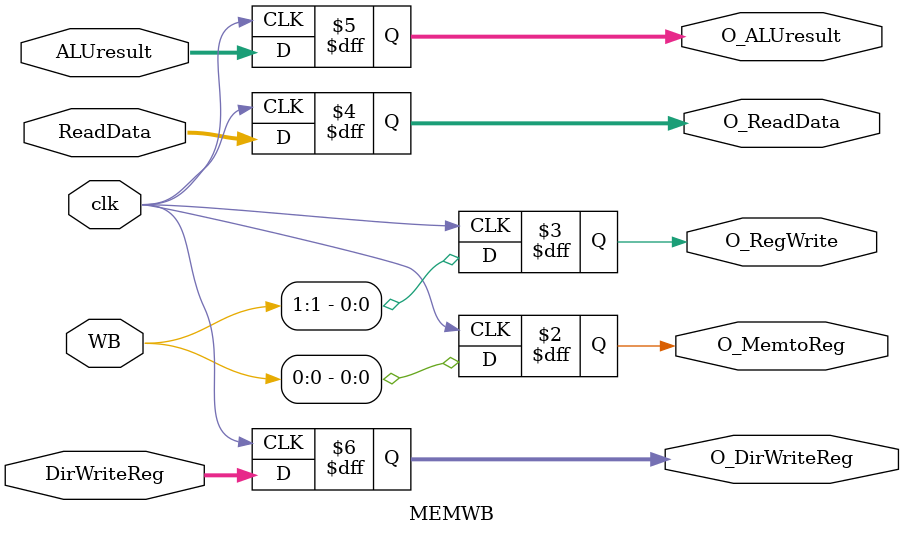
<source format=v>
module MEMWB(
    input clk,
    input [1:0]WB, 
    input [31:0]ReadData,
    input [31:0]ALUresult,
    input [4:0]DirWriteReg,

    output reg O_MemtoReg,
    output reg O_RegWrite,
    output reg [31:0]O_ReadData,
    output reg [31:0]O_ALUresult,
    output reg [4:0]O_DirWriteReg
);

always @(posedge clk ) begin
    O_MemtoReg = WB[0]; 
    O_RegWrite = WB[1]; 
    O_ReadData = ReadData;
    O_ALUresult = ALUresult;
    O_DirWriteReg = DirWriteReg;

end

endmodule

</source>
